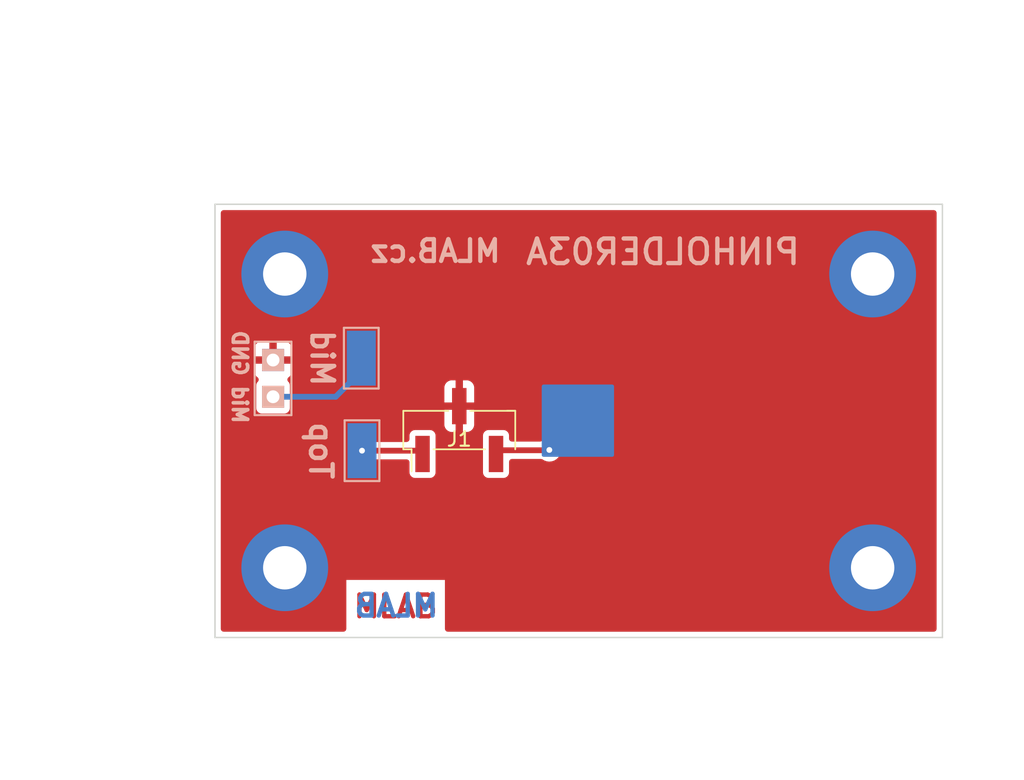
<source format=kicad_pcb>
(kicad_pcb (version 20211014) (generator pcbnew)
  (title_block (title "PINHOLDER02A") (date "2023-04-12") (rev "02A") (company "www.mlab.cz"))
  (layers (0 "F.Cu" signal) (31 "B.Cu" signal) (34 "B.Paste" user) (35 "F.Paste" user) (36 "B.SilkS" user "B.Silkscreen") (37 "F.SilkS" user "F.Silkscreen") (38 "B.Mask" user) (39 "F.Mask" user) (44 "Edge.Cuts" user))
  (net 0 "")
  (net 1 "/circle_0")
  (net 2 "GND")
  (net 3 "Net-(J1-Pad1)")
  (net 4 "Net-(D1-Pad2)")
  (footprint "Mlab_Mechanical:MountingHole_3mm" (layer "F.Cu") (at 149.61 76.48)
    (fp_text reference "M3" hide)
    (fp_text value "HOLE" hide)
    (pad "1" thru_hole circle (at 0 0) (size 6 6) (drill 3) (layers *.Cu *.Mask) (net 2 "GND") (clearance 1))
  )
  (footprint "Mlab_Mechanical:MountingHole_3mm" (layer "F.Cu") (at 190.25 76.48)
    (fp_text reference "M2" hide)
    (fp_text value "HOLE" hide)
    (pad "1" thru_hole circle (at 0 0) (size 6 6) (drill 3) (layers *.Cu *.Mask) (net 2 "GND") (clearance 1))
  )
  (footprint "Connector_PinHeader_2.54mm:PinHeader_1x03_P2.54mm_Vertical_SMD_Pin1Left" (layer "F.Cu") (at 161.674 87.274 90)
    (fp_text reference "J1" (at -0.626 0 180) (layer "F.SilkS"))
    (fp_text value "HEADER_1x03" hide)
    (fp_line (start -1.33 3.87) (end 1.33 3.87) (layer "F.SilkS") (width 0.12))
    (fp_line (start -1.33 -1.78) (end -1.33 1.78) (layer "F.SilkS") (width 0.12))
    (fp_line (start -1.33 -3.87) (end 1.33 -3.87) (layer "F.SilkS") (width 0.12))
    (fp_line (start -1.33 -3.87) (end -1.33 -3.3) (layer "F.SilkS") (width 0.12))
    (fp_line (start 1.33 0.76) (end 1.33 3.87) (layer "F.SilkS") (width 0.12))
    (fp_line (start 1.33 3.3) (end 1.33 3.87) (layer "F.SilkS") (width 0.12))
    (fp_line (start -1.33 -3.3) (end -2.85 -3.3) (layer "F.SilkS") (width 0.12))
    (fp_line (start 1.33 -3.87) (end 1.33 -0.76) (layer "F.SilkS") (width 0.12))
    (pad "1" smd rect locked (at -1.655 -2.54 90) (size 2.51 1) (layers "F.Cu" "F.Paste" "F.Mask") (net 3 "Net-(J1-Pad1)"))
    (pad "2" smd rect locked (at 1.655 0 90) (size 2.51 1) (layers "F.Cu" "F.Paste" "F.Mask") (net 2 "GND"))
    (pad "3" smd rect locked (at -1.655 2.54 90) (size 2.51 1) (layers "F.Cu" "F.Paste" "F.Mask") (net 1 "/circle_0"))
  )
  (footprint "Mlab_Mechanical:MountingHole_3mm" (layer "F.Cu") (at 149.61 96.8)
    (fp_text reference "M4" hide)
    (fp_text value "HOLE" hide)
    (pad "1" thru_hole circle (at 0 0) (size 6 6) (drill 3) (layers *.Cu *.Mask) (net 2 "GND") (clearance 1))
  )
  (footprint "Mlab_Mechanical:MountingHole_3mm" (layer "F.Cu") (at 190.25 96.8)
    (fp_text reference "M1" hide)
    (fp_text value "HOLE" hide)
    (pad "1" thru_hole circle (at 0 0) (size 6 6) (drill 3) (layers *.Cu *.Mask) (net 2 "GND") (clearance 1))
  )
  (footprint "TestPoint:TestPoint_Keystone_5019_Minature" (layer "B.Cu") (at 154.9 82.3 -90)
    (property "Value" "TestPoint")
    (fp_text reference "TP4" hide)
    (fp_text value "TestPoint")
    (fp_line (start -2.1 1.2) (end 2.1 1.2) (layer "B.SilkS") (width 0.15))
    (fp_line (start 2.1 1.2) (end 2.1 -1.2) (layer "B.SilkS") (width 0.15))
    (fp_line (start 2.1 -1.2) (end -2.1 -1.2) (layer "B.SilkS") (width 0.15))
    (fp_line (start -2.1 -1.2) (end -2.1 1.2) (layer "B.SilkS") (width 0.15))
    (pad "1" smd rect (at 0 0 270) (size 3.8 2) (layers "B.Cu" "B.Paste" "B.Mask") (net 4 "Net-(D1-Pad2)"))
  )
  (footprint "Mlab_CON:TestPoint_Pad_D0.5mm_noSilk" (layer "B.Cu") (at 167.9 84.65 180)
    (property "Value" "TestPoint")
    (fp_text reference "TP1" hide)
    (fp_text value "TestPoint" hide)
    (pad "1" smd circle (at 0 0 180) (size 0.5099 0.5099) (layers "B.Cu" "B.Mask") (net 1 "/circle_0"))
  )
  (footprint "Mlab_Pin_Headers:Straight_1x02" (layer "B.Cu") (at 148.8 83.7 180)
    (fp_text reference "J2" hide)
    (fp_text value "HEADER_1x02" hide)
    (fp_line (start 1.27 -2.54) (end -1.27 -2.54) (layer "B.SilkS") (width 0.15))
    (fp_line (start -1.27 -2.54) (end -1.27 2.54) (layer "B.SilkS") (width 0.15))
    (fp_line (start -1.27 2.54) (end 1.27 2.54) (layer "B.SilkS") (width 0.15))
    (fp_line (start 1.27 2.54) (end 1.27 -2.54) (layer "B.SilkS") (width 0.15))
    (pad "1" thru_hole rect (at 0 1.27 180) (size 1.524 1.524) (drill 0.889) (layers *.Cu *.Mask "B.SilkS") (net 2 "GND"))
    (pad "2" thru_hole rect (at 0 -1.27 180) (size 1.524 1.524) (drill 0.889) (layers *.Cu *.Mask "B.SilkS") (net 4 "Net-(D1-Pad2)"))
  )
  (footprint "TestPoint:TestPoint_Keystone_5019_Minature" (layer "B.Cu") (at 154.95 88.7 90)
    (property "Value" "TestPoint")
    (fp_text reference "TP2" hide)
    (fp_text value "TestPoint" hide)
    (fp_line (start -2.1 1.2) (end 2.1 1.2) (layer "B.SilkS") (width 0.15))
    (fp_line (start -2.1 -1.2) (end -2.1 1.2) (layer "B.SilkS") (width 0.15))
    (fp_line (start 2.1 1.2) (end 2.1 -1.2) (layer "B.SilkS") (width 0.15))
    (fp_line (start 2.1 -1.2) (end -2.1 -1.2) (layer "B.SilkS") (width 0.15))
    (pad "1" smd rect (at 0 0 90) (size 3.8 2) (layers "B.Cu" "B.Paste" "B.Mask") (net 3 "Net-(J1-Pad1)"))
  )
  (gr_line (start 144.786 101.624) (end 195.074 101.624) (layer "Edge.Cuts") (width 0.1))
  (gr_line (start 144.786 71.656) (end 195.074 71.656) (layer "Edge.Cuts") (width 0.1))
  (gr_line (start 195.074 71.656) (end 195.074 101.624) (layer "Edge.Cuts") (width 0.1))
  (gr_line (start 144.786 101.624) (end 144.786 71.656) (layer "Edge.Cuts") (width 0.1))
  (gr_text "MLAB" (at 157.274 99.474) (layer "F.Cu") (effects (font (size 1.5 1.5) (thickness 0.3))))
  (gr_text "MLAB" (at 157.324 99.424) (layer "B.Cu") (effects (font (size 1.5 1.5) (thickness 0.3)) (justify mirror)))
  (gr_text "Top" (at 152.1 88.7 -90) (layer "B.SilkS") (effects (font (size 1.5 1.5) (thickness 0.3)) (justify mirror)))
  (gr_text "PINHOLDER03A" (at 175.75 74.95) (layer "B.SilkS") (effects (font (size 1.7 1.7) (thickness 0.3)) (justify mirror)))
  (gr_text "Mid GND" (at 146.5 83.6 -90) (layer "B.SilkS") (effects (font (size 1 1) (thickness 0.25)) (justify mirror)))
  (gr_text "MLAB.cz" (at 160.024 74.8925) (layer "B.SilkS") (effects (font (size 1.5 1.5) (thickness 0.3)) (justify mirror)))
  (gr_text "Mid" (at 152.2 82.3 -90) (layer "B.SilkS") (effects (font (size 1.5 1.5) (thickness 0.3)) (justify mirror)))
  (segment (start 167.8786 88.6714) (end 167.9 88.65) (width 0.4) (layer "F.Cu") (net 1))
  (segment (start 164.4716 88.6714) (end 167.8786 88.6714) (width 0.4) (layer "F.Cu") (net 1))
  (segment (start 164.214 88.929) (end 164.4716 88.6714) (width 0.4) (layer "F.Cu") (net 1))
  (via (at 167.9 88.65) (size 0.8) (drill 0.4) (layers "F.Cu" "B.Cu") (net 1))
  (segment (start 158.905 88.7) (end 159.134 88.929) (width 0.4) (layer "F.Cu") (net 3))
  (segment (start 154.95 88.7) (end 158.905 88.7) (width 0.4) (layer "F.Cu") (net 3))
  (via (at 154.95 88.7) (size 0.8) (drill 0.4) (layers "F.Cu" "B.Cu") (net 3))
  (segment (start 154.9 83.1996) (end 153.1296 84.97) (width 0.4) (layer "B.Cu") (net 4))
  (segment (start 154.9 82.3) (end 154.9 83.1996) (width 0.4) (layer "B.Cu") (net 4))
  (segment (start 153.1296 84.97) (end 148.8 84.97) (width 0.4) (layer "B.Cu") (net 4))
  (zone (net 2) (net_name "GND") (layer "F.Cu") (connect_pads (clearance 0.4)) (min_thickness 0.4) (fill yes (thermal_gap 0.53) (thermal_bridge_width 0.508))
    (polygon (pts (xy 199.224 110.524) (xy 129.924 110.524) (xy 129.924 57.524) (xy 199.224 57.524)))
  )
  (zone (net 1) (net_name "/circle_0") (layer "B.Cu") (name "circle_0") (priority 10) (connect_pads yes (clearance 0.508)) (min_thickness 0.254) (fill yes (thermal_gap 0.508) (thermal_bridge_width 0.508))
    (polygon (pts (xy 172.374 84.124) (xy 172.374 89.124) (xy 167.374 89.124) (xy 167.374 84.124)))
  )
)
</source>
